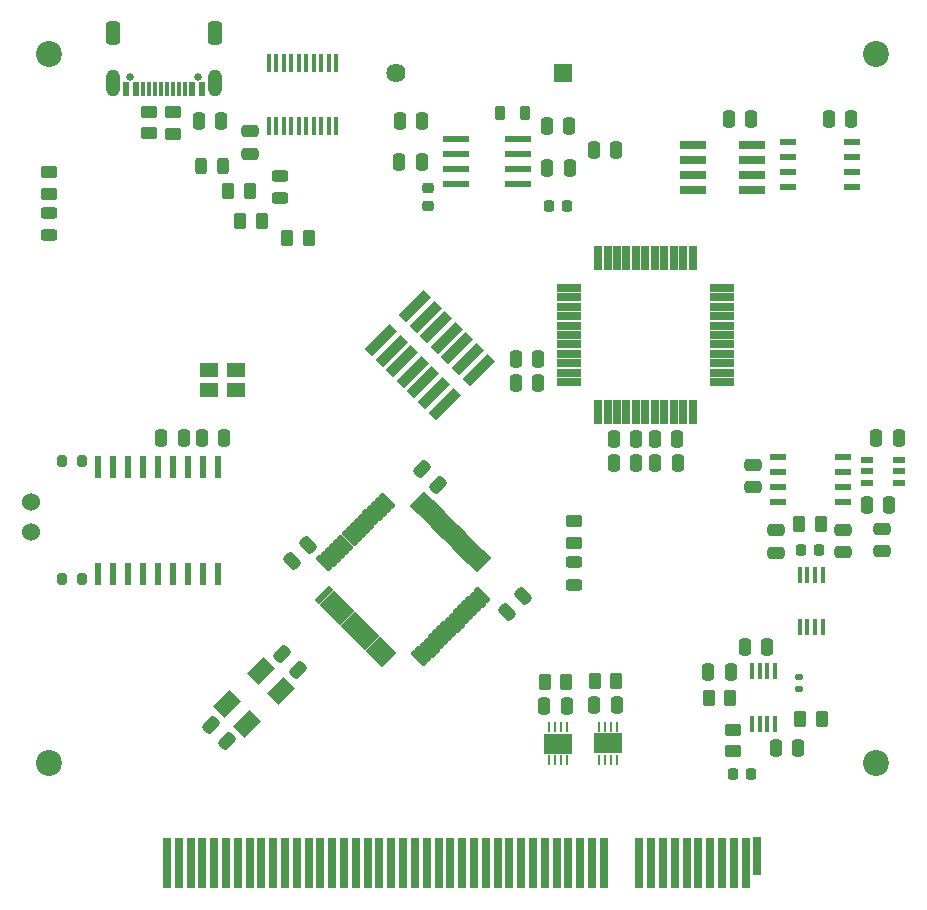
<source format=gts>
%TF.GenerationSoftware,KiCad,Pcbnew,8.0.1*%
%TF.CreationDate,2024-04-16T19:56:43-05:00*%
%TF.ProjectId,PCB-1-2,5043422d-312d-4322-9e6b-696361645f70,rev?*%
%TF.SameCoordinates,Original*%
%TF.FileFunction,Soldermask,Top*%
%TF.FilePolarity,Negative*%
%FSLAX46Y46*%
G04 Gerber Fmt 4.6, Leading zero omitted, Abs format (unit mm)*
G04 Created by KiCad (PCBNEW 8.0.1) date 2024-04-16 19:56:43*
%MOMM*%
%LPD*%
G01*
G04 APERTURE LIST*
G04 Aperture macros list*
%AMRoundRect*
0 Rectangle with rounded corners*
0 $1 Rounding radius*
0 $2 $3 $4 $5 $6 $7 $8 $9 X,Y pos of 4 corners*
0 Add a 4 corners polygon primitive as box body*
4,1,4,$2,$3,$4,$5,$6,$7,$8,$9,$2,$3,0*
0 Add four circle primitives for the rounded corners*
1,1,$1+$1,$2,$3*
1,1,$1+$1,$4,$5*
1,1,$1+$1,$6,$7*
1,1,$1+$1,$8,$9*
0 Add four rect primitives between the rounded corners*
20,1,$1+$1,$2,$3,$4,$5,0*
20,1,$1+$1,$4,$5,$6,$7,0*
20,1,$1+$1,$6,$7,$8,$9,0*
20,1,$1+$1,$8,$9,$2,$3,0*%
G04 Aperture macros list end*
%ADD10RoundRect,0.218750X-0.218750X-0.381250X0.218750X-0.381250X0.218750X0.381250X-0.218750X0.381250X0*%
%ADD11RoundRect,0.250000X0.450000X-0.262500X0.450000X0.262500X-0.450000X0.262500X-0.450000X-0.262500X0*%
%ADD12RoundRect,0.250000X0.250000X0.475000X-0.250000X0.475000X-0.250000X-0.475000X0.250000X-0.475000X0*%
%ADD13RoundRect,0.250000X-0.450000X0.262500X-0.450000X-0.262500X0.450000X-0.262500X0.450000X0.262500X0*%
%ADD14RoundRect,0.250000X-0.250000X-0.475000X0.250000X-0.475000X0.250000X0.475000X-0.250000X0.475000X0*%
%ADD15RoundRect,0.250000X-0.262500X-0.450000X0.262500X-0.450000X0.262500X0.450000X-0.262500X0.450000X0*%
%ADD16RoundRect,0.102000X-1.248043X-0.724784X-0.724784X-1.248043X1.248043X0.724784X0.724784X1.248043X0*%
%ADD17RoundRect,0.243750X-0.243750X-0.456250X0.243750X-0.456250X0.243750X0.456250X-0.243750X0.456250X0*%
%ADD18R,0.558800X1.981200*%
%ADD19RoundRect,0.250000X0.475000X-0.250000X0.475000X0.250000X-0.475000X0.250000X-0.475000X-0.250000X0*%
%ADD20RoundRect,0.250000X0.512652X0.159099X0.159099X0.512652X-0.512652X-0.159099X-0.159099X-0.512652X0*%
%ADD21RoundRect,0.102000X-1.060660X-0.212132X-0.212132X-1.060660X1.060660X0.212132X0.212132X1.060660X0*%
%ADD22R,0.431800X1.333500*%
%ADD23RoundRect,0.140000X-0.170000X0.140000X-0.170000X-0.140000X0.170000X-0.140000X0.170000X0.140000X0*%
%ADD24C,1.524000*%
%ADD25RoundRect,0.250000X-0.159099X0.512652X-0.512652X0.159099X0.159099X-0.512652X0.512652X-0.159099X0*%
%ADD26R,0.254000X0.812800*%
%ADD27R,2.489200X1.752600*%
%ADD28RoundRect,0.250000X-0.475000X0.250000X-0.475000X-0.250000X0.475000X-0.250000X0.475000X0.250000X0*%
%ADD29RoundRect,0.225000X-0.250000X0.225000X-0.250000X-0.225000X0.250000X-0.225000X0.250000X0.225000X0*%
%ADD30R,0.355600X1.498600*%
%ADD31RoundRect,0.243750X0.456250X-0.243750X0.456250X0.243750X-0.456250X0.243750X-0.456250X-0.243750X0*%
%ADD32C,2.200000*%
%ADD33C,0.650000*%
%ADD34R,0.600000X1.150000*%
%ADD35R,0.300000X1.150000*%
%ADD36O,1.204000X2.304000*%
%ADD37RoundRect,0.301000X0.301000X0.701000X-0.301000X0.701000X-0.301000X-0.701000X0.301000X-0.701000X0*%
%ADD38RoundRect,0.102000X-0.990600X-0.266700X0.990600X-0.266700X0.990600X0.266700X-0.990600X0.266700X0*%
%ADD39RoundRect,0.200000X0.200000X0.275000X-0.200000X0.275000X-0.200000X-0.275000X0.200000X-0.275000X0*%
%ADD40RoundRect,0.225000X0.225000X0.250000X-0.225000X0.250000X-0.225000X-0.250000X0.225000X-0.250000X0*%
%ADD41R,1.460500X0.533400*%
%ADD42RoundRect,0.225000X-0.225000X-0.250000X0.225000X-0.250000X0.225000X0.250000X-0.225000X0.250000X0*%
%ADD43RoundRect,0.028560X1.013440X0.328440X-1.013440X0.328440X-1.013440X-0.328440X1.013440X-0.328440X0*%
%ADD44RoundRect,0.028560X-0.328440X1.013440X-0.328440X-1.013440X0.328440X-1.013440X0.328440X1.013440X0*%
%ADD45R,2.209800X0.609600*%
%ADD46R,0.977900X0.558800*%
%ADD47R,1.625600X1.625600*%
%ADD48C,1.625600*%
%ADD49RoundRect,0.102000X-0.650000X0.525000X-0.650000X-0.525000X0.650000X-0.525000X0.650000X0.525000X0*%
%ADD50RoundRect,0.250000X-0.512652X-0.159099X-0.159099X-0.512652X0.512652X0.159099X0.159099X0.512652X0*%
%ADD51RoundRect,0.243750X-0.456250X0.243750X-0.456250X-0.243750X0.456250X-0.243750X0.456250X0.243750X0*%
%ADD52RoundRect,0.250000X0.262500X0.450000X-0.262500X0.450000X-0.262500X-0.450000X0.262500X-0.450000X0*%
%ADD53RoundRect,0.019360X-0.420729X-0.735589X0.735589X0.420729X0.420729X0.735589X-0.735589X-0.420729X0*%
%ADD54RoundRect,0.087120X0.420729X-0.639762X0.639762X-0.420729X-0.420729X0.639762X-0.639762X0.420729X0*%
%ADD55R,0.700000X3.200000*%
%ADD56R,0.700000X4.300000*%
G04 APERTURE END LIST*
D10*
X101165996Y-67486615D03*
X103290996Y-67486615D03*
D11*
X73549928Y-69251169D03*
X73549928Y-67426169D03*
D12*
X122450000Y-68000000D03*
X120550000Y-68000000D03*
D13*
X120952461Y-119719404D03*
X120952461Y-121544404D03*
D14*
X102550003Y-88300001D03*
X104450001Y-88300001D03*
X118820031Y-114840422D03*
X120720029Y-114840422D03*
D15*
X118865464Y-117011906D03*
X120690464Y-117011906D03*
D16*
X91124221Y-86720792D03*
X94002145Y-83842868D03*
X92022246Y-87618818D03*
X94900171Y-84740893D03*
X92920272Y-88516844D03*
X95798197Y-85638919D03*
X93818298Y-89414869D03*
X96696222Y-86536945D03*
X94716323Y-90312895D03*
X97594248Y-87434970D03*
X95614349Y-91210921D03*
X98492274Y-88332996D03*
X96512375Y-92108946D03*
X99390299Y-89231022D03*
D17*
X75852677Y-71988894D03*
X77727677Y-71988894D03*
D14*
X105158652Y-68647111D03*
X107058652Y-68647111D03*
D13*
X107500000Y-102087500D03*
X107500000Y-103912500D03*
D18*
X77350000Y-97457600D03*
X76080000Y-97457600D03*
X74810000Y-97457600D03*
X73540000Y-97457600D03*
X72270000Y-97457600D03*
X71000000Y-97457600D03*
X69730000Y-97457600D03*
X68460000Y-97457600D03*
X67190000Y-97457600D03*
X67190000Y-106500000D03*
X68460000Y-106500000D03*
X69730000Y-106500000D03*
X71000000Y-106500000D03*
X72270000Y-106500000D03*
X73540000Y-106500000D03*
X74810000Y-106500000D03*
X76080000Y-106500000D03*
X77350000Y-106500000D03*
D19*
X133541531Y-104631742D03*
X133541531Y-102731744D03*
D12*
X77608652Y-68147111D03*
X75708652Y-68147111D03*
D20*
X95969848Y-99009693D03*
X94626346Y-97666191D03*
D14*
X92658652Y-71647111D03*
X94558652Y-71647111D03*
D21*
X80943872Y-114737258D03*
X78115445Y-117565685D03*
X79812502Y-119262742D03*
X82640929Y-116434315D03*
D22*
X122525001Y-119216150D03*
X123174999Y-119216150D03*
X123825001Y-119216150D03*
X124474999Y-119216150D03*
X124474999Y-114783850D03*
X123825001Y-114783850D03*
X123174999Y-114783850D03*
X122525001Y-114783850D03*
D19*
X124550843Y-104752542D03*
X124550843Y-102852544D03*
D23*
X126525001Y-115275473D03*
X126525001Y-116235473D03*
D24*
X61500000Y-100460000D03*
X61500000Y-103000000D03*
D25*
X103161124Y-108393001D03*
X101817622Y-109736503D03*
D26*
X106837501Y-119500000D03*
X106337500Y-119500000D03*
X105837500Y-119500000D03*
X105337499Y-119500000D03*
X105337499Y-122294000D03*
X105837500Y-122294000D03*
X106337500Y-122294000D03*
X106837501Y-122294000D03*
D27*
X106087500Y-120897000D03*
D15*
X126612501Y-118783850D03*
X128437501Y-118783850D03*
D28*
X79998671Y-69061163D03*
X79998671Y-70961163D03*
D29*
X95108652Y-73872111D03*
X95108652Y-75422111D03*
D13*
X63000000Y-72525002D03*
X63000000Y-74350002D03*
D12*
X123819980Y-112738542D03*
X121919982Y-112738542D03*
D15*
X83196152Y-78104730D03*
X85021152Y-78104730D03*
D30*
X87323652Y-63236911D03*
X86688652Y-63236911D03*
X86053652Y-63236911D03*
X85418652Y-63236911D03*
X84783652Y-63236911D03*
X84148652Y-63236911D03*
X83513652Y-63236911D03*
X82878652Y-63236911D03*
X82243652Y-63236911D03*
X81608652Y-63236911D03*
X81608652Y-68647111D03*
X82243652Y-68647111D03*
X82878652Y-68647111D03*
X83513652Y-68647111D03*
X84148652Y-68647111D03*
X84783652Y-68647111D03*
X85418652Y-68647111D03*
X86053652Y-68647111D03*
X86688652Y-68647111D03*
X87323652Y-68647111D03*
D12*
X111095797Y-117617844D03*
X109195797Y-117617844D03*
D11*
X71459979Y-69225089D03*
X71459979Y-67400089D03*
D15*
X126516405Y-102339642D03*
X128341405Y-102339642D03*
D14*
X114329525Y-95090562D03*
X116229523Y-95090562D03*
D31*
X63000000Y-77875002D03*
X63000000Y-76000000D03*
D32*
X133000000Y-62500000D03*
D14*
X124575002Y-121283849D03*
X126475000Y-121283849D03*
D33*
X75640000Y-64425000D03*
X69860000Y-64425000D03*
D34*
X75950000Y-65500000D03*
X75150000Y-65500000D03*
D35*
X74000000Y-65500000D03*
X73000000Y-65500000D03*
X72500000Y-65500000D03*
X71500000Y-65500000D03*
D34*
X69550000Y-65500000D03*
X70350000Y-65500000D03*
D35*
X71000000Y-65500000D03*
X72000000Y-65500000D03*
X73500000Y-65500000D03*
X74500000Y-65500000D03*
D36*
X77070000Y-64925000D03*
X68430000Y-64925000D03*
D37*
X77070000Y-60745000D03*
X68430000Y-60745000D03*
D14*
X132238819Y-100685191D03*
X134138817Y-100685191D03*
X114334644Y-97127875D03*
X116234642Y-97127875D03*
D38*
X117572400Y-70190000D03*
X117572400Y-71460000D03*
X117572400Y-72730000D03*
X117572400Y-74000000D03*
X122500000Y-74000000D03*
X122500000Y-72730000D03*
X122500000Y-71460000D03*
X122500000Y-70190000D03*
D39*
X65785000Y-96999999D03*
X64135000Y-96999999D03*
D32*
X63000000Y-62500000D03*
D25*
X84970910Y-104117889D03*
X83627408Y-105461391D03*
D40*
X128247688Y-104465209D03*
X126697688Y-104465209D03*
D41*
X125551700Y-70000000D03*
X125551700Y-71270000D03*
X125551700Y-72540000D03*
X125551700Y-73810000D03*
X131000000Y-73810000D03*
X131000000Y-72540000D03*
X131000000Y-71270000D03*
X131000000Y-70000000D03*
D42*
X120902087Y-123476835D03*
X122452087Y-123476835D03*
D32*
X63000000Y-122500000D03*
D15*
X79196152Y-76647111D03*
X81021152Y-76647111D03*
D14*
X92708652Y-68147111D03*
X94608652Y-68147111D03*
D22*
X128525841Y-106586393D03*
X127875843Y-106586393D03*
X127225841Y-106586393D03*
X126575843Y-106586393D03*
X126575843Y-111018693D03*
X127225841Y-111018693D03*
X127875843Y-111018693D03*
X128525841Y-111018693D03*
D12*
X112726309Y-97133664D03*
X110826311Y-97133664D03*
D43*
X120000000Y-90300000D03*
X120000000Y-89500000D03*
X120000000Y-88700000D03*
X120000000Y-87900000D03*
X120000000Y-87099999D03*
X120000000Y-86300000D03*
X120000000Y-85500001D03*
X120000000Y-84700000D03*
X120000000Y-83900000D03*
X120000000Y-83100000D03*
X120000000Y-82300000D03*
D44*
X117510000Y-79810000D03*
X116710000Y-79810000D03*
X115910000Y-79810000D03*
X115110000Y-79810000D03*
X114309999Y-79810000D03*
X113510000Y-79810000D03*
X112710001Y-79810000D03*
X111910000Y-79810000D03*
X111110000Y-79810000D03*
X110310000Y-79810000D03*
X109510000Y-79810000D03*
D43*
X107020000Y-82300000D03*
X107020000Y-83100000D03*
X107020000Y-83900000D03*
X107020000Y-84700000D03*
X107020000Y-85500001D03*
X107020000Y-86300000D03*
X107020000Y-87099999D03*
X107020000Y-87900000D03*
X107020000Y-88700000D03*
X107020000Y-89500000D03*
X107020000Y-90300000D03*
D44*
X109510000Y-92790000D03*
X110310000Y-92790000D03*
X111110000Y-92790000D03*
X111910000Y-92790000D03*
X112710001Y-92790000D03*
X113510000Y-92790000D03*
X114309999Y-92790000D03*
X115110000Y-92790000D03*
X115910000Y-92790000D03*
X116710000Y-92790000D03*
X117510000Y-92790000D03*
D12*
X106838631Y-117730550D03*
X104938631Y-117730550D03*
D45*
X97507692Y-69742111D03*
X97507692Y-71012111D03*
X97507692Y-72282111D03*
X97507692Y-73552111D03*
X102709612Y-73552111D03*
X102709612Y-72282111D03*
X102709612Y-71012111D03*
X102709612Y-69742111D03*
D14*
X75950001Y-94999999D03*
X77849999Y-94999999D03*
D46*
X134972549Y-98795287D03*
X134972550Y-97845286D03*
X134972549Y-96895285D03*
X132242049Y-96895285D03*
X132242048Y-97845286D03*
X132242049Y-98795287D03*
D20*
X78069641Y-120658144D03*
X76726139Y-119314642D03*
D12*
X130950000Y-68000000D03*
X129050000Y-68000000D03*
X112725533Y-95090562D03*
X110825535Y-95090562D03*
D47*
X106514152Y-64147111D03*
D48*
X92366352Y-64147111D03*
D15*
X104998176Y-115709756D03*
X106823176Y-115709756D03*
D19*
X130252235Y-104671384D03*
X130252235Y-102771386D03*
D15*
X109237395Y-115620010D03*
X111062395Y-115620010D03*
D32*
X133000000Y-122500000D03*
D49*
X78888863Y-89224069D03*
X76588863Y-89224069D03*
X76588863Y-90974069D03*
X78888863Y-90974069D03*
D42*
X105313705Y-75367041D03*
X106863705Y-75367041D03*
D14*
X133050001Y-95000000D03*
X134949999Y-95000000D03*
X109158652Y-70647111D03*
X111058652Y-70647111D03*
X105208652Y-72147111D03*
X107108652Y-72147111D03*
D26*
X111087500Y-119470844D03*
X110587499Y-119470844D03*
X110087499Y-119470844D03*
X109587498Y-119470844D03*
X109587498Y-122264844D03*
X110087499Y-122264844D03*
X110587499Y-122264844D03*
X111087500Y-122264844D03*
D27*
X110337499Y-120867844D03*
D50*
X82726139Y-113314642D03*
X84069641Y-114658144D03*
D51*
X82608652Y-72869611D03*
X82608652Y-74744611D03*
D19*
X122655533Y-99170495D03*
X122655533Y-97270497D03*
D52*
X80021152Y-74147111D03*
X78196152Y-74147111D03*
D31*
X107500000Y-107437500D03*
X107500000Y-105562500D03*
D14*
X102550002Y-90345080D03*
X104450000Y-90345080D03*
D12*
X74409999Y-94999999D03*
X72510001Y-94999999D03*
D53*
X86339054Y-108357645D03*
X86692608Y-108711198D03*
X87046161Y-109064752D03*
X87399714Y-109418305D03*
X87753268Y-109771859D03*
X88106821Y-110125412D03*
X88460374Y-110478965D03*
X88813928Y-110832519D03*
X89167481Y-111186072D03*
X89521035Y-111539626D03*
X89874588Y-111893179D03*
X90228141Y-112246732D03*
X90581695Y-112600286D03*
X90935248Y-112953839D03*
X91288802Y-113307392D03*
X91642355Y-113660946D03*
D54*
X94357645Y-113660946D03*
X94711198Y-113307392D03*
X95064752Y-112953839D03*
X95418305Y-112600286D03*
X95771859Y-112246732D03*
X96125412Y-111893179D03*
X96478965Y-111539626D03*
X96832519Y-111186072D03*
X97186072Y-110832519D03*
X97539626Y-110478965D03*
X97893179Y-110125412D03*
X98246732Y-109771859D03*
X98600286Y-109418305D03*
X98953839Y-109064752D03*
X99307392Y-108711198D03*
X99660946Y-108357645D03*
D53*
X99660946Y-105642355D03*
X99307392Y-105288802D03*
X98953839Y-104935248D03*
X98600286Y-104581695D03*
X98246732Y-104228141D03*
X97893179Y-103874588D03*
X97539626Y-103521035D03*
X97186072Y-103167481D03*
X96832519Y-102813928D03*
X96478965Y-102460374D03*
X96125412Y-102106821D03*
X95771859Y-101753268D03*
X95418305Y-101399714D03*
X95064752Y-101046161D03*
X94711198Y-100692608D03*
X94357645Y-100339054D03*
D54*
X91642355Y-100339054D03*
X91288802Y-100692608D03*
X90935248Y-101046161D03*
X90581695Y-101399714D03*
X90228141Y-101753268D03*
X89874588Y-102106821D03*
X89521035Y-102460374D03*
X89167481Y-102813928D03*
X88813928Y-103167481D03*
X88460374Y-103521035D03*
X88106821Y-103874588D03*
X87753268Y-104228141D03*
X87399714Y-104581695D03*
X87046161Y-104935248D03*
X86692608Y-105288802D03*
X86339054Y-105642355D03*
D41*
X130224150Y-100404999D03*
X130224150Y-99135000D03*
X130224150Y-97865000D03*
X130224150Y-96595001D03*
X124775850Y-96595001D03*
X124775850Y-97865000D03*
X124775850Y-99135000D03*
X124775850Y-100404999D03*
D39*
X65785000Y-106999999D03*
X64135000Y-106999999D03*
D55*
X123000000Y-130450000D03*
D56*
X122000000Y-131000000D03*
X121000000Y-131000000D03*
X120000000Y-131000000D03*
X119000000Y-131000000D03*
X118000000Y-131000000D03*
X117000000Y-131000000D03*
X116000000Y-131000000D03*
X115000000Y-131000000D03*
X114000000Y-131000000D03*
X113000000Y-131000000D03*
X110000000Y-131000000D03*
X109000000Y-131000000D03*
X108000000Y-131000000D03*
X107000000Y-131000000D03*
X106000000Y-131000000D03*
X105000000Y-131000000D03*
X104000000Y-131000000D03*
X103000000Y-131000000D03*
X102000000Y-131000000D03*
X101000000Y-131000000D03*
X100000000Y-131000000D03*
X99000000Y-131000000D03*
X98000000Y-131000000D03*
X97000000Y-131000000D03*
X96000000Y-131000000D03*
X95000000Y-131000000D03*
X94000000Y-131000000D03*
X93000000Y-131000000D03*
X92000000Y-131000000D03*
X91000000Y-131000000D03*
X90000000Y-131000000D03*
X89000000Y-131000000D03*
X88000000Y-131000000D03*
X87000000Y-131000000D03*
X86000000Y-131000000D03*
X85000000Y-131000000D03*
X84000000Y-131000000D03*
X83000000Y-131000000D03*
X82000000Y-131000000D03*
X81000000Y-131000000D03*
X80000000Y-131000000D03*
X79000000Y-131000000D03*
X78000000Y-131000000D03*
X77000000Y-131000000D03*
X76000000Y-131000000D03*
X75000000Y-131000000D03*
X74000000Y-131000000D03*
X73000000Y-131000000D03*
M02*

</source>
